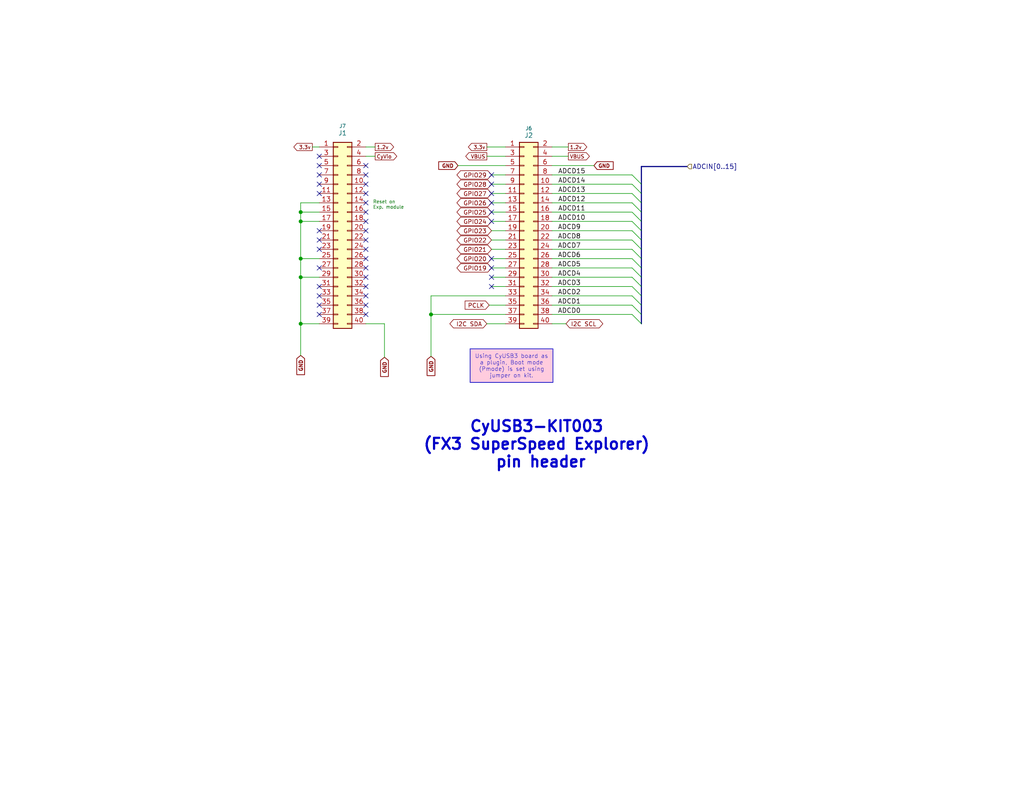
<source format=kicad_sch>
(kicad_sch (version 20231120) (generator "eeschema") (generator_version "8.0")
  (paper "A")
  (title_block (title "PSWS-HF103-proto") (date "2025-06-23") (rev "0.1.0") (company "Dave Witten, KD0EAG") (comment 2 "[ A Minimalist Rework of HF-103 designed by Oskar Stella, ik1xpv ]") (comment 3 "Infineon/Cypress  FX3 DevKit and LTC2208 Demo modules") (comment 4 "A development straw-man based on the") (comment 5 " "))
  (lib_symbols
    (symbol "Conn_02x20_Odd_Even_1" (pin_names (offset 1.016) hide)
      (property "Reference" "J" (at 1.27 25.4 0))
      (property "Value" "Conn_02x20_Odd_Even" (at 1.27 -27.94 0))
      (symbol "Conn_02x20_Odd_Even_1_1_1"
        (rectangle (start -1.27 -25.273) (end 0 -25.527) (stroke (width 0.1524)))
        (rectangle (start -1.27 -22.733) (end 0 -22.987) (stroke (width 0.1524)))
        (rectangle (start -1.27 -20.193) (end 0 -20.447) (stroke (width 0.1524)))
        (rectangle (start -1.27 -17.653) (end 0 -17.907) (stroke (width 0.1524)))
        (rectangle (start -1.27 -15.113) (end 0 -15.367) (stroke (width 0.1524)))
        (rectangle (start -1.27 -12.573) (end 0 -12.827) (stroke (width 0.1524)))
        (rectangle (start -1.27 -10.033) (end 0 -10.287) (stroke (width 0.1524)))
        (rectangle (start -1.27 -7.493) (end 0 -7.747) (stroke (width 0.1524)))
        (rectangle (start -1.27 -4.953) (end 0 -5.207) (stroke (width 0.1524)))
        (rectangle (start -1.27 -2.413) (end 0 -2.667) (stroke (width 0.1524)))
        (rectangle (start -1.27 0.127) (end 0 -0.127) (stroke (width 0.1524)))
        (rectangle (start -1.27 2.667) (end 0 2.413) (stroke (width 0.1524)))
        (rectangle (start -1.27 5.207) (end 0 4.953) (stroke (width 0.1524)))
        (rectangle (start -1.27 7.747) (end 0 7.493) (stroke (width 0.1524)))
        (rectangle (start -1.27 10.287) (end 0 10.033) (stroke (width 0.1524)))
        (rectangle (start -1.27 12.827) (end 0 12.573) (stroke (width 0.1524)))
        (rectangle (start -1.27 15.367) (end 0 15.113) (stroke (width 0.1524)))
        (rectangle (start -1.27 17.907) (end 0 17.653) (stroke (width 0.1524)))
        (rectangle (start -1.27 20.447) (end 0 20.193) (stroke (width 0.1524)))
        (rectangle (start -1.27 22.987) (end 0 22.733) (stroke (width 0.1524)))
        (rectangle (start -1.27 24.13) (end 3.81 -26.67) (stroke (width 0.254)) (fill (type background)))
        (rectangle (start 3.81 -25.273) (end 2.54 -25.527) (stroke (width 0.1524)))
        (rectangle (start 3.81 -22.733) (end 2.54 -22.987) (stroke (width 0.1524)))
        (rectangle (start 3.81 -20.193) (end 2.54 -20.447) (stroke (width 0.1524)))
        (rectangle (start 3.81 -17.653) (end 2.54 -17.907) (stroke (width 0.1524)))
        (rectangle (start 3.81 -15.113) (end 2.54 -15.367) (stroke (width 0.1524)))
        (rectangle (start 3.81 -12.573) (end 2.54 -12.827) (stroke (width 0.1524)))
        (rectangle (start 3.81 -10.033) (end 2.54 -10.287) (stroke (width 0.1524)))
        (rectangle (start 3.81 -7.493) (end 2.54 -7.747) (stroke (width 0.1524)))
        (rectangle (start 3.81 -4.953) (end 2.54 -5.207) (stroke (width 0.1524)))
        (rectangle (start 3.81 -2.413) (end 2.54 -2.667) (stroke (width 0.1524)))
        (rectangle (start 3.81 0.127) (end 2.54 -0.127) (stroke (width 0.1524)))
        (rectangle (start 3.81 2.667) (end 2.54 2.413) (stroke (width 0.1524)))
        (rectangle (start 3.81 5.207) (end 2.54 4.953) (stroke (width 0.1524)))
        (rectangle (start 3.81 7.747) (end 2.54 7.493) (stroke (width 0.1524)))
        (rectangle (start 3.81 10.287) (end 2.54 10.033) (stroke (width 0.1524)))
        (rectangle (start 3.81 12.827) (end 2.54 12.573) (stroke (width 0.1524)))
        (rectangle (start 3.81 15.367) (end 2.54 15.113) (stroke (width 0.1524)))
        (rectangle (start 3.81 17.907) (end 2.54 17.653) (stroke (width 0.1524)))
        (rectangle (start 3.81 20.447) (end 2.54 20.193) (stroke (width 0.1524)))
        (rectangle (start 3.81 22.987) (end 2.54 22.733) (stroke (width 0.1524)))
        (pin passive line (at -5.08 22.86 0) (length 3.81) (name "Pin_1") (number "1"))
        (pin passive line (at 7.62 12.7 180) (length 3.81) (name "Pin_10") (number "10"))
        (pin passive line (at -5.08 10.16 0) (length 3.81) (name "Pin_11") (number "11"))
        (pin passive line (at 7.62 10.16 180) (length 3.81) (name "Pin_12") (number "12"))
        (pin passive line (at -5.08 7.62 0) (length 3.81) (name "Pin_13") (number "13"))
        (pin passive line (at 7.62 7.62 180) (length 3.81) (name "Pin_14") (number "14"))
        (pin passive line (at -5.08 5.08 0) (length 3.81) (name "Pin_15") (number "15"))
        (pin passive line (at 7.62 5.08 180) (length 3.81) (name "Pin_16") (number "16"))
        (pin passive line (at -5.08 2.54 0) (length 3.81) (name "Pin_17") (number "17"))
        (pin passive line (at 7.62 2.54 180) (length 3.81) (name "Pin_18") (number "18"))
        (pin passive line (at -5.08 0 0) (length 3.81) (name "Pin_19") (number "19"))
        (pin passive line (at 7.62 22.86 180) (length 3.81) (name "Pin_2") (number "2"))
        (pin passive line (at 7.62 0 180) (length 3.81) (name "Pin_20") (number "20"))
        (pin passive line (at -5.08 -2.54 0) (length 3.81) (name "Pin_21") (number "21"))
        (pin passive line (at 7.62 -2.54 180) (length 3.81) (name "Pin_22") (number "22"))
        (pin passive line (at -5.08 -5.08 0) (length 3.81) (name "Pin_23") (number "23"))
        (pin passive line (at 7.62 -5.08 180) (length 3.81) (name "Pin_24") (number "24"))
        (pin passive line (at -5.08 -7.62 0) (length 3.81) (name "Pin_25") (number "25"))
        (pin passive line (at 7.62 -7.62 180) (length 3.81) (name "Pin_26") (number "26"))
        (pin passive line (at -5.08 -10.16 0) (length 3.81) (name "Pin_27") (number "27"))
        (pin passive line (at 7.62 -10.16 180) (length 3.81) (name "Pin_28") (number "28"))
        (pin passive line (at -5.08 -12.7 0) (length 3.81) (name "Pin_29") (number "29"))
        (pin passive line (at -5.08 20.32 0) (length 3.81) (name "Pin_3") (number "3"))
        (pin passive line (at 7.62 -12.7 180) (length 3.81) (name "Pin_30") (number "30"))
        (pin passive line (at -5.08 -15.24 0) (length 3.81) (name "Pin_31") (number "31"))
        (pin passive line (at 7.62 -15.24 180) (length 3.81) (name "Pin_32") (number "32"))
        (pin passive line (at -5.08 -17.78 0) (length 3.81) (name "Pin_33") (number "33"))
        (pin passive line (at 7.62 -17.78 180) (length 3.81) (name "Pin_34") (number "34"))
        (pin passive line (at -5.08 -20.32 0) (length 3.81) (name "Pin_35") (number "35"))
        (pin passive line (at 7.62 -20.32 180) (length 3.81) (name "Pin_36") (number "36"))
        (pin passive line (at -5.08 -22.86 0) (length 3.81) (name "Pin_37") (number "37"))
        (pin passive line (at 7.62 -22.86 180) (length 3.81) (name "Pin_38") (number "38"))
        (pin passive line (at -5.08 -25.4 0) (length 3.81) (name "Pin_39") (number "39"))
        (pin passive line (at 7.62 20.32 180) (length 3.81) (name "Pin_4") (number "4"))
        (pin passive line (at 7.62 -25.4 180) (length 3.81) (name "Pin_40") (number "40"))
        (pin passive line (at -5.08 17.78 0) (length 3.81) (name "Pin_5") (number "5"))
        (pin passive line (at 7.62 17.78 180) (length 3.81) (name "Pin_6") (number "6"))
        (pin passive line (at -5.08 15.24 0) (length 3.81) (name "Pin_7") (number "7"))
        (pin passive line (at 7.62 15.24 180) (length 3.81) (name "Pin_8") (number "8"))
        (pin passive line (at -5.08 12.7 0) (length 3.81) (name "Pin_9") (number "9"))
      )
    )
    (symbol "Connector_Generic:Conn_02x20_Odd_Even" (pin_names (offset 1.016) hide)
      (property "Reference" "J" (at 1.27 25.4 0))
      (property "Value" "Conn_02x20_Odd_Even" (at 1.27 -27.94 0))
      (symbol "Conn_02x20_Odd_Even_1_1"
        (rectangle (start -1.27 -25.273) (end 0 -25.527) (stroke (width 0.1524)))
        (rectangle (start -1.27 -22.733) (end 0 -22.987) (stroke (width 0.1524)))
        (rectangle (start -1.27 -20.193) (end 0 -20.447) (stroke (width 0.1524)))
        (rectangle (start -1.27 -17.653) (end 0 -17.907) (stroke (width 0.1524)))
        (rectangle (start -1.27 -15.113) (end 0 -15.367) (stroke (width 0.1524)))
        (rectangle (start -1.27 -12.573) (end 0 -12.827) (stroke (width 0.1524)))
        (rectangle (start -1.27 -10.033) (end 0 -10.287) (stroke (width 0.1524)))
        (rectangle (start -1.27 -7.493) (end 0 -7.747) (stroke (width 0.1524)))
        (rectangle (start -1.27 -4.953) (end 0 -5.207) (stroke (width 0.1524)))
        (rectangle (start -1.27 -2.413) (end 0 -2.667) (stroke (width 0.1524)))
        (rectangle (start -1.27 0.127) (end 0 -0.127) (stroke (width 0.1524)))
        (rectangle (start -1.27 2.667) (end 0 2.413) (stroke (width 0.1524)))
        (rectangle (start -1.27 5.207) (end 0 4.953) (stroke (width 0.1524)))
        (rectangle (start -1.27 7.747) (end 0 7.493) (stroke (width 0.1524)))
        (rectangle (start -1.27 10.287) (end 0 10.033) (stroke (width 0.1524)))
        (rectangle (start -1.27 12.827) (end 0 12.573) (stroke (width 0.1524)))
        (rectangle (start -1.27 15.367) (end 0 15.113) (stroke (width 0.1524)))
        (rectangle (start -1.27 17.907) (end 0 17.653) (stroke (width 0.1524)))
        (rectangle (start -1.27 20.447) (end 0 20.193) (stroke (width 0.1524)))
        (rectangle (start -1.27 22.987) (end 0 22.733) (stroke (width 0.1524)))
        (rectangle (start -1.27 24.13) (end 3.81 -26.67) (stroke (width 0.254)) (fill (type background)))
        (rectangle (start 3.81 -25.273) (end 2.54 -25.527) (stroke (width 0.1524)))
        (rectangle (start 3.81 -22.733) (end 2.54 -22.987) (stroke (width 0.1524)))
        (rectangle (start 3.81 -20.193) (end 2.54 -20.447) (stroke (width 0.1524)))
        (rectangle (start 3.81 -17.653) (end 2.54 -17.907) (stroke (width 0.1524)))
        (rectangle (start 3.81 -15.113) (end 2.54 -15.367) (stroke (width 0.1524)))
        (rectangle (start 3.81 -12.573) (end 2.54 -12.827) (stroke (width 0.1524)))
        (rectangle (start 3.81 -10.033) (end 2.54 -10.287) (stroke (width 0.1524)))
        (rectangle (start 3.81 -7.493) (end 2.54 -7.747) (stroke (width 0.1524)))
        (rectangle (start 3.81 -4.953) (end 2.54 -5.207) (stroke (width 0.1524)))
        (rectangle (start 3.81 -2.413) (end 2.54 -2.667) (stroke (width 0.1524)))
        (rectangle (start 3.81 0.127) (end 2.54 -0.127) (stroke (width 0.1524)))
        (rectangle (start 3.81 2.667) (end 2.54 2.413) (stroke (width 0.1524)))
        (rectangle (start 3.81 5.207) (end 2.54 4.953) (stroke (width 0.1524)))
        (rectangle (start 3.81 7.747) (end 2.54 7.493) (stroke (width 0.1524)))
        (rectangle (start 3.81 10.287) (end 2.54 10.033) (stroke (width 0.1524)))
        (rectangle (start 3.81 12.827) (end 2.54 12.573) (stroke (width 0.1524)))
        (rectangle (start 3.81 15.367) (end 2.54 15.113) (stroke (width 0.1524)))
        (rectangle (start 3.81 17.907) (end 2.54 17.653) (stroke (width 0.1524)))
        (rectangle (start 3.81 20.447) (end 2.54 20.193) (stroke (width 0.1524)))
        (rectangle (start 3.81 22.987) (end 2.54 22.733) (stroke (width 0.1524)))
        (pin passive line (at -5.08 22.86 0) (length 3.81) (name "Pin_1") (number "1"))
        (pin passive line (at 7.62 12.7 180) (length 3.81) (name "Pin_10") (number "10"))
        (pin passive line (at -5.08 10.16 0) (length 3.81) (name "Pin_11") (number "11"))
        (pin passive line (at 7.62 10.16 180) (length 3.81) (name "Pin_12") (number "12"))
        (pin passive line (at -5.08 7.62 0) (length 3.81) (name "Pin_13") (number "13"))
        (pin passive line (at 7.62 7.62 180) (length 3.81) (name "Pin_14") (number "14"))
        (pin passive line (at -5.08 5.08 0) (length 3.81) (name "Pin_15") (number "15"))
        (pin passive line (at 7.62 5.08 180) (length 3.81) (name "Pin_16") (number "16"))
        (pin passive line (at -5.08 2.54 0) (length 3.81) (name "Pin_17") (number "17"))
        (pin passive line (at 7.62 2.54 180) (length 3.81) (name "Pin_18") (number "18"))
        (pin passive line (at -5.08 0 0) (length 3.81) (name "Pin_19") (number "19"))
        (pin passive line (at 7.62 22.86 180) (length 3.81) (name "Pin_2") (number "2"))
        (pin passive line (at 7.62 0 180) (length 3.81) (name "Pin_20") (number "20"))
        (pin passive line (at -5.08 -2.54 0) (length 3.81) (name "Pin_21") (number "21"))
        (pin passive line (at 7.62 -2.54 180) (length 3.81) (name "Pin_22") (number "22"))
        (pin passive line (at -5.08 -5.08 0) (length 3.81) (name "Pin_23") (number "23"))
        (pin passive line (at 7.62 -5.08 180) (length 3.81) (name "Pin_24") (number "24"))
        (pin passive line (at -5.08 -7.62 0) (length 3.81) (name "Pin_25") (number "25"))
        (pin passive line (at 7.62 -7.62 180) (length 3.81) (name "Pin_26") (number "26"))
        (pin passive line (at -5.08 -10.16 0) (length 3.81) (name "Pin_27") (number "27"))
        (pin passive line (at 7.62 -10.16 180) (length 3.81) (name "Pin_28") (number "28"))
        (pin passive line (at -5.08 -12.7 0) (length 3.81) (name "Pin_29") (number "29"))
        (pin passive line (at -5.08 20.32 0) (length 3.81) (name "Pin_3") (number "3"))
        (pin passive line (at 7.62 -12.7 180) (length 3.81) (name "Pin_30") (number "30"))
        (pin passive line (at -5.08 -15.24 0) (length 3.81) (name "Pin_31") (number "31"))
        (pin passive line (at 7.62 -15.24 180) (length 3.81) (name "Pin_32") (number "32"))
        (pin passive line (at -5.08 -17.78 0) (length 3.81) (name "Pin_33") (number "33"))
        (pin passive line (at 7.62 -17.78 180) (length 3.81) (name "Pin_34") (number "34"))
        (pin passive line (at -5.08 -20.32 0) (length 3.81) (name "Pin_35") (number "35"))
        (pin passive line (at 7.62 -20.32 180) (length 3.81) (name "Pin_36") (number "36"))
        (pin passive line (at -5.08 -22.86 0) (length 3.81) (name "Pin_37") (number "37"))
        (pin passive line (at 7.62 -22.86 180) (length 3.81) (name "Pin_38") (number "38"))
        (pin passive line (at -5.08 -25.4 0) (length 3.81) (name "Pin_39") (number "39"))
        (pin passive line (at 7.62 20.32 180) (length 3.81) (name "Pin_4") (number "4"))
        (pin passive line (at 7.62 -25.4 180) (length 3.81) (name "Pin_40") (number "40"))
        (pin passive line (at -5.08 17.78 0) (length 3.81) (name "Pin_5") (number "5"))
        (pin passive line (at 7.62 17.78 180) (length 3.81) (name "Pin_6") (number "6"))
        (pin passive line (at -5.08 15.24 0) (length 3.81) (name "Pin_7") (number "7"))
        (pin passive line (at 7.62 15.24 180) (length 3.81) (name "Pin_8") (number "8"))
        (pin passive line (at -5.08 12.7 0) (length 3.81) (name "Pin_9") (number "9"))
      )
    )
  )
  (junction (at 82.042 75.692))
  (junction (at 117.602 85.852))
  (junction (at 82.042 88.392))
  (junction (at 82.042 57.912))
  (junction (at 82.042 70.612))
  (junction (at 82.042 60.452))
  (no_connect (at 99.822 73.152))
  (no_connect (at 134.112 47.752))
  (no_connect (at 99.822 68.072))
  (no_connect (at 99.822 45.212))
  (no_connect (at 99.822 52.832))
  (no_connect (at 87.122 45.212))
  (no_connect (at 99.822 60.452))
  (no_connect (at 134.112 60.452))
  (no_connect (at 87.122 68.072))
  (no_connect (at 99.822 70.612))
  (no_connect (at 134.112 50.292))
  (no_connect (at 87.122 78.232))
  (no_connect (at 87.122 80.772))
  (no_connect (at 87.122 83.312))
  (no_connect (at 99.822 50.292))
  (no_connect (at 99.822 65.532))
  (no_connect (at 87.122 52.832))
  (no_connect (at 99.822 55.372))
  (no_connect (at 134.112 75.692))
  (no_connect (at 99.822 75.692))
  (no_connect (at 87.122 62.992))
  (no_connect (at 99.822 80.772))
  (no_connect (at 87.122 85.852))
  (no_connect (at 134.112 55.372))
  (no_connect (at 87.122 65.532))
  (no_connect (at 134.112 70.612))
  (no_connect (at 87.122 50.292))
  (no_connect (at 134.112 78.232))
  (no_connect (at 87.122 47.752))
  (no_connect (at 99.822 62.992))
  (no_connect (at 87.122 73.152))
  (no_connect (at 134.112 57.912))
  (no_connect (at 134.112 73.152))
  (no_connect (at 87.122 42.672))
  (no_connect (at 134.112 52.832))
  (no_connect (at 99.822 47.752))
  (no_connect (at 99.822 57.912))
  (no_connect (at 99.822 83.312))
  (no_connect (at 99.822 78.232))
  (no_connect (at 99.822 85.852))
  (bus_entry (at 175.006 68.072) (size -2.54 -2.54))
  (bus_entry (at 175.006 70.612) (size -2.54 -2.54))
  (bus_entry (at 175.006 65.532) (size -2.54 -2.54))
  (bus_entry (at 175.006 52.832) (size -2.54 -2.54))
  (bus_entry (at 175.006 88.392) (size -2.54 -2.54))
  (bus_entry (at 175.006 60.452) (size -2.54 -2.54))
  (bus_entry (at 175.006 62.992) (size -2.54 -2.54))
  (bus_entry (at 175.006 83.312) (size -2.54 -2.54))
  (bus_entry (at 175.006 55.372) (size -2.54 -2.54))
  (bus_entry (at 175.006 50.292) (size -2.54 -2.54))
  (bus_entry (at 175.006 73.152) (size -2.54 -2.54))
  (bus_entry (at 175.006 75.692) (size -2.54 -2.54))
  (bus_entry (at 175.006 85.852) (size -2.54 -2.54))
  (bus_entry (at 175.006 78.232) (size -2.54 -2.54))
  (bus_entry (at 175.006 80.772) (size -2.54 -2.54))
  (bus_entry (at 175.006 57.912) (size -2.54 -2.54))
  (wire (pts (xy 82.042 57.912) (xy 87.122 57.912)))
  (wire (pts (xy 134.112 73.152) (xy 137.922 73.152)))
  (wire (pts (xy 150.622 65.532) (xy 172.466 65.532)))
  (wire (pts (xy 134.112 47.752) (xy 137.922 47.752)))
  (wire (pts (xy 150.622 80.772) (xy 172.466 80.772)))
  (bus (pts (xy 175.006 55.372) (xy 175.006 52.832)))
  (wire (pts (xy 150.622 47.752) (xy 172.466 47.752)))
  (wire (pts (xy 132.842 40.132) (xy 137.922 40.132)))
  (wire (pts (xy 104.902 97.536) (xy 104.902 88.392)))
  (wire (pts (xy 134.112 55.372) (xy 137.922 55.372)))
  (wire (pts (xy 104.902 88.392) (xy 99.822 88.392)))
  (wire (pts (xy 134.112 70.612) (xy 137.922 70.612)))
  (bus (pts (xy 175.006 75.692) (xy 175.006 73.152)))
  (bus (pts (xy 175.006 83.312) (xy 175.006 80.772)))
  (wire (pts (xy 134.112 68.072) (xy 137.922 68.072)))
  (wire (pts (xy 150.622 75.692) (xy 172.466 75.692)))
  (bus (pts (xy 175.006 50.292) (xy 175.006 45.466)))
  (wire (pts (xy 150.622 88.392) (xy 154.432 88.392)))
  (bus (pts (xy 175.006 85.852) (xy 175.006 83.312)))
  (wire (pts (xy 134.112 78.232) (xy 137.922 78.232)))
  (wire (pts (xy 82.042 75.692) (xy 82.042 88.392)))
  (bus (pts (xy 175.006 65.532) (xy 175.006 62.992)))
  (wire (pts (xy 82.042 55.372) (xy 82.042 57.912)))
  (wire (pts (xy 99.822 42.672) (xy 102.362 42.672)))
  (bus (pts (xy 175.006 52.832) (xy 175.006 50.292)))
  (wire (pts (xy 117.602 85.852) (xy 137.922 85.852)))
  (wire (pts (xy 87.122 88.392) (xy 82.042 88.392)))
  (bus (pts (xy 175.006 73.152) (xy 175.006 70.612)))
  (wire (pts (xy 150.622 50.292) (xy 172.466 50.292)))
  (wire (pts (xy 87.122 55.372) (xy 82.042 55.372)))
  (wire (pts (xy 82.042 60.452) (xy 87.122 60.452)))
  (wire (pts (xy 150.622 70.612) (xy 172.466 70.612)))
  (wire (pts (xy 133.477 83.312) (xy 137.922 83.312)))
  (wire (pts (xy 172.466 57.912) (xy 150.622 57.912)))
  (wire (pts (xy 134.112 62.992) (xy 137.922 62.992)))
  (wire (pts (xy 134.112 60.452) (xy 137.922 60.452)))
  (wire (pts (xy 137.922 42.672) (xy 132.842 42.672)))
  (wire (pts (xy 134.112 52.832) (xy 137.922 52.832)))
  (bus (pts (xy 175.006 68.072) (xy 175.006 65.532)))
  (wire (pts (xy 124.968 45.212) (xy 137.922 45.212)))
  (wire (pts (xy 134.112 57.912) (xy 137.922 57.912)))
  (wire (pts (xy 82.042 75.692) (xy 87.122 75.692)))
  (wire (pts (xy 150.622 42.672) (xy 155.067 42.672)))
  (wire (pts (xy 150.622 73.152) (xy 172.466 73.152)))
  (wire (pts (xy 150.622 52.832) (xy 172.466 52.832)))
  (wire (pts (xy 150.622 40.132) (xy 155.067 40.132)))
  (wire (pts (xy 150.622 62.992) (xy 172.466 62.992)))
  (wire (pts (xy 117.602 80.772) (xy 137.922 80.772)))
  (bus (pts (xy 175.006 88.392) (xy 175.006 85.852)))
  (wire (pts (xy 117.602 97.282) (xy 117.602 85.852)))
  (wire (pts (xy 132.842 88.392) (xy 137.922 88.392)))
  (wire (pts (xy 134.112 75.692) (xy 137.922 75.692)))
  (wire (pts (xy 117.602 80.772) (xy 117.602 85.852)))
  (bus (pts (xy 175.006 78.232) (xy 175.006 75.692)))
  (wire (pts (xy 82.042 70.612) (xy 82.042 75.692)))
  (bus (pts (xy 175.006 57.912) (xy 175.006 55.372)))
  (wire (pts (xy 82.042 70.612) (xy 87.122 70.612)))
  (bus (pts (xy 175.006 45.466) (xy 187.452 45.466)))
  (wire (pts (xy 172.466 55.372) (xy 150.622 55.372)))
  (wire (pts (xy 82.042 57.912) (xy 82.042 60.452)))
  (wire (pts (xy 85.217 40.132) (xy 87.122 40.132)))
  (wire (pts (xy 150.622 78.232) (xy 172.466 78.232)))
  (wire (pts (xy 150.622 45.212) (xy 162.052 45.212)))
  (bus (pts (xy 175.006 70.612) (xy 175.006 68.072)))
  (bus (pts (xy 175.006 62.992) (xy 175.006 60.452)))
  (wire (pts (xy 150.622 60.452) (xy 172.466 60.452)))
  (wire (pts (xy 150.622 68.072) (xy 172.466 68.072)))
  (wire (pts (xy 82.042 88.392) (xy 82.042 97.028)))
  (bus (pts (xy 175.006 60.452) (xy 175.006 57.912)))
  (wire (pts (xy 134.112 65.532) (xy 137.922 65.532)))
  (bus (pts (xy 175.006 80.772) (xy 175.006 78.232)))
  (wire (pts (xy 150.622 83.312) (xy 172.466 83.312)))
  (wire (pts (xy 134.112 50.292) (xy 137.922 50.292)))
  (wire (pts (xy 150.622 85.852) (xy 172.466 85.852)))
  (wire (pts (xy 82.042 60.452) (xy 82.042 70.612)))
  (wire (pts (xy 99.822 40.132) (xy 102.362 40.132)))
  (text_box "Using CyUSB3 board as \na plugin, Boot mode \n(Pmode) is set using \njumper on kit." (at 128.27 95.25 0) (size 22.606 9.144) (stroke (width 0.2)) (fill (type color) (color 255 204 222 1)) (effects (font (size 1.1 1.1) (thickness 0.004) (bold yes))))
  (text "Reset on \nExp. module" (at 101.727 57.277 0) (effects (font (size 0.9 0.9)) (justify left bottom)))
  (text "CyUSB3-KIT003 \n(FX3 SuperSpeed Explorer) \npin header" (at 147.574 128.016 0) (effects (font (size 3 3) (thickness 0.6) (bold yes)) (justify bottom)))
  (label "ADCD1" (at 158.496 83.312 180))
  (label "ADCD9" (at 158.496 62.992 180))
  (label "ADCD6" (at 158.496 70.612 180))
  (label "ADCD14" (at 159.766 50.292 180))
  (label "ADCD0" (at 158.496 85.852 180))
  (label "ADCD8" (at 158.496 65.532 180))
  (label "ADCD4" (at 158.496 75.692 180))
  (label "ADCD11" (at 159.766 57.912 180))
  (label "ADCD3" (at 158.496 78.232 180))
  (label "ADCD5" (at 158.496 73.152 180))
  (label "ADCD12" (at 159.766 55.372 180))
  (label "ADCD13" (at 159.766 52.832 180))
  (label "ADCD10" (at 159.766 60.452 180))
  (label "ADCD2" (at 158.496 80.772 180))
  (label "ADCD15" (at 159.766 47.752 180))
  (label "ADCD7" (at 158.496 68.072 180))
  (global_label "GPIO25" (shape bidirectional) (at 134.112 57.912 180) (effects (font (size 1.15 1.15))) (property "Intersheetrefs" "${INTERSHEET_REFS}" (at 124.2315 57.912 0) (effects (justify right))))
  (global_label "I2C SCL" (shape bidirectional) (at 154.432 88.392 0) (effects (font (size 1.15 1.15))) (property "Intersheetrefs" "${INTERSHEET_REFS}" (at 164.9149 88.392 0) (effects (justify left))))
  (global_label "GND" (shape input) (at 124.968 45.212 180) (effects (font (size 1 1) (bold yes))) (property "Intersheetrefs" "${INTERSHEET_REFS}" (at 119.1951 45.212 0) (effects (justify right))))
  (global_label "GPIO22" (shape bidirectional) (at 134.112 65.532 180) (effects (font (size 1.15 1.15))) (property "Intersheetrefs" "${INTERSHEET_REFS}" (at 124.2315 65.532 0) (effects (justify right))))
  (global_label "3.3v" (shape output) (at 85.217 40.132 180) (effects (font (size 1 1))) (property "Intersheetrefs" "${INTERSHEET_REFS}" (at 79.7238 40.132 0) (effects (justify right))))
  (global_label "3.3v" (shape output) (at 132.842 40.132 180) (effects (font (size 1 1))) (property "Intersheetrefs" "${INTERSHEET_REFS}" (at 127.3488 40.132 0) (effects (justify right))))
  (global_label "GPIO27" (shape bidirectional) (at 134.112 52.832 180) (effects (font (size 1.15 1.15))) (property "Intersheetrefs" "${INTERSHEET_REFS}" (at 124.2315 52.832 0) (effects (justify right))))
  (global_label "GPIO26" (shape bidirectional) (at 134.112 55.372 180) (effects (font (size 1.15 1.15))) (property "Intersheetrefs" "${INTERSHEET_REFS}" (at 124.2315 55.372 0) (effects (justify right))))
  (global_label "GND" (shape input) (at 117.602 97.282 270) (effects (font (size 1 1) (bold yes))) (property "Intersheetrefs" "${INTERSHEET_REFS}" (at 117.602 103.0549 90) (effects (justify right))))
  (global_label "1.2v" (shape output) (at 102.362 40.132 0) (effects (font (size 1 1))) (property "Intersheetrefs" "${INTERSHEET_REFS}" (at 107.8552 40.132 0) (effects (justify left))))
  (global_label "1.2v" (shape output) (at 155.067 40.132 0) (effects (font (size 1 1))) (property "Intersheetrefs" "${INTERSHEET_REFS}" (at 160.5602 40.132 0) (effects (justify left))))
  (global_label "GPIO29" (shape bidirectional) (at 134.112 47.752 180) (effects (font (size 1.15 1.15))) (property "Intersheetrefs" "${INTERSHEET_REFS}" (at 124.2315 47.752 0) (effects (justify right))))
  (global_label "GPIO21" (shape bidirectional) (at 134.112 68.072 180) (effects (font (size 1.15 1.15))) (property "Intersheetrefs" "${INTERSHEET_REFS}" (at 124.2315 68.072 0) (effects (justify right))))
  (global_label "GND" (shape input) (at 162.052 45.212 0) (effects (font (size 1 1) (bold yes))) (property "Intersheetrefs" "${INTERSHEET_REFS}" (at 167.8249 45.212 0) (effects (justify left))))
  (global_label "GPIO24" (shape bidirectional) (at 134.112 60.452 180) (effects (font (size 1.15 1.15))) (property "Intersheetrefs" "${INTERSHEET_REFS}" (at 124.2315 60.452 0) (effects (justify right))))
  (global_label "GPIO28" (shape bidirectional) (at 134.112 50.292 180) (effects (font (size 1.15 1.15))) (property "Intersheetrefs" "${INTERSHEET_REFS}" (at 124.1597 50.292 0) (effects (justify right))))
  (global_label "VBUS" (shape output) (at 132.842 42.672 180) (effects (font (size 1 1))) (property "Intersheetrefs" "${INTERSHEET_REFS}" (at 126.6346 42.672 0) (effects (justify right))))
  (global_label "GND" (shape input) (at 104.902 97.536 270) (effects (font (size 1 1) (bold yes))) (property "Intersheetrefs" "${INTERSHEET_REFS}" (at 104.902 103.3089 90) (effects (justify right))))
  (global_label "VBUS" (shape output) (at 155.067 42.672 0) (effects (font (size 1 1))) (property "Intersheetrefs" "${INTERSHEET_REFS}" (at 161.2744 42.672 0) (effects (justify left))))
  (global_label "GND" (shape input) (at 82.042 97.028 270) (effects (font (size 1 1) (bold yes))) (property "Intersheetrefs" "${INTERSHEET_REFS}" (at 82.042 102.8009 90) (effects (justify right))))
  (global_label "I2C SDA" (shape bidirectional) (at 132.842 88.392 180) (effects (font (size 1.15 1.15))) (property "Intersheetrefs" "${INTERSHEET_REFS}" (at 123.952 88.392 0) (effects (justify right))))
  (global_label "GPIO20" (shape bidirectional) (at 134.112 70.612 180) (effects (font (size 1.15 1.15))) (property "Intersheetrefs" "${INTERSHEET_REFS}" (at 124.2315 70.612 0) (effects (justify right))))
  (global_label "GPIO19" (shape bidirectional) (at 134.112 73.152 180) (effects (font (size 1.15 1.15))) (property "Intersheetrefs" "${INTERSHEET_REFS}" (at 124.2315 73.152 0) (effects (justify right))))
  (global_label "CyVio" (shape output) (at 102.362 42.672 0) (effects (font (size 1 1))) (property "Intersheetrefs" "${INTERSHEET_REFS}" (at 108.7123 42.672 0) (effects (justify left))))
  (global_label "PCLK" (shape input) (at 133.477 83.312 180) (effects (font (size 1.15 1.15))) (property "Intersheetrefs" "${INTERSHEET_REFS}" (at 126.3928 83.312 0) (effects (justify right))))
  (global_label "GPIO23" (shape bidirectional) (at 134.112 62.992 180) (effects (font (size 1.15 1.15))) (property "Intersheetrefs" "${INTERSHEET_REFS}" (at 124.2315 62.992 0) (effects (justify right))))
  (hierarchical_label "ADCIN[0..15]" (shape input) (at 187.452 45.466 0))
  (symbol (lib_name "Conn_02x20_Odd_Even_1") (lib_id "Connector_Generic:Conn_02x20_Odd_Even") (at 143.002 62.992 0) (unit 1)
    (property "Reference" "J2" (at 144.272 36.957 0))
    (property "Value" "J6" (at 144.272 35.052 0) (effects (font (size 1 1))))
    (property "Footprint" "Connector_PinSocket_2.54mm:PinSocket_2x20_P2.54mm_Vertical" (effects (hide yes)))
  )
  (symbol (lib_id "Connector_Generic:Conn_02x20_Odd_Even") (at 92.202 62.992 0) (unit 1)
    (property "Reference" "J1" (at 93.472 36.322 0))
    (property "Value" "J7" (at 93.472 34.417 0) (effects (font (size 1 1))))
    (property "Footprint" "Connector_PinSocket_2.54mm:PinSocket_2x20_P2.54mm_Vertical" (effects (hide yes)))
  )
)
</source>
